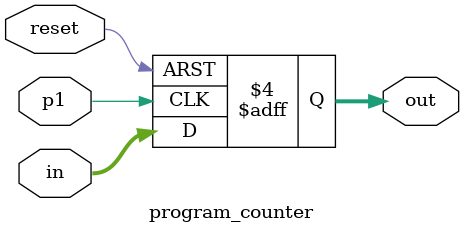
<source format=v>
module program_counter(
	input p1, reset,
	input  [15:0]  in,
	output reg [15:0] out);
	
	always @(posedge p1 or negedge reset) begin
		
		//reset register on reset pushed
		if(reset == 1'b0) begin 
			out <= 0;
	
		//store value on phase1 activated
		end else if (p1 == 1'b1) begin
			out <= in;
	
		end
	end
	
endmodule

</source>
